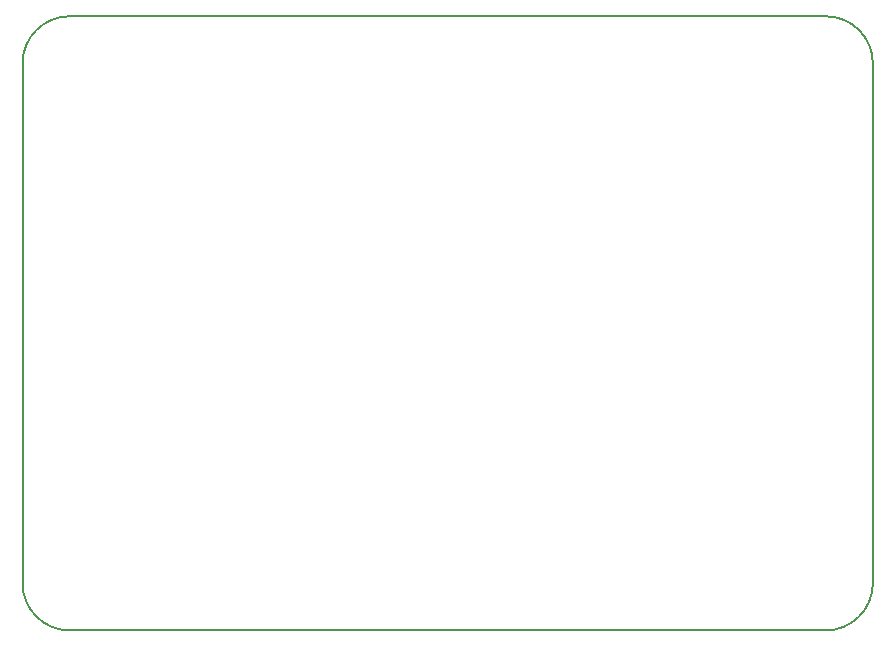
<source format=gm1>
G04 #@! TF.GenerationSoftware,KiCad,Pcbnew,8.0.8-8.0.8-0~ubuntu22.04.1*
G04 #@! TF.CreationDate,2025-02-27T16:32:05+08:00*
G04 #@! TF.ProjectId,macropad,6d616372-6f70-4616-942e-6b696361645f,rev?*
G04 #@! TF.SameCoordinates,Original*
G04 #@! TF.FileFunction,Profile,NP*
%FSLAX46Y46*%
G04 Gerber Fmt 4.6, Leading zero omitted, Abs format (unit mm)*
G04 Created by KiCad (PCBNEW 8.0.8-8.0.8-0~ubuntu22.04.1) date 2025-02-27 16:32:05*
%MOMM*%
%LPD*%
G01*
G04 APERTURE LIST*
G04 #@! TA.AperFunction,Profile*
%ADD10C,0.200000*%
G04 #@! TD*
G04 APERTURE END LIST*
D10*
X175000000Y-117000000D02*
G75*
G02*
X171000000Y-113000000I0J4000000D01*
G01*
X243000000Y-69000000D02*
X243000000Y-113000000D01*
X243000000Y-113000000D02*
G75*
G02*
X239000000Y-117000000I-4000000J0D01*
G01*
X171000000Y-69000000D02*
G75*
G02*
X175000000Y-65000000I4000000J0D01*
G01*
X239000000Y-65000000D02*
X175000000Y-65000000D01*
X239000000Y-117000000D02*
X175000000Y-117000000D01*
X171000000Y-69000000D02*
X171000000Y-113000000D01*
X239000000Y-65000000D02*
G75*
G02*
X243000000Y-69000000I0J-4000000D01*
G01*
M02*

</source>
